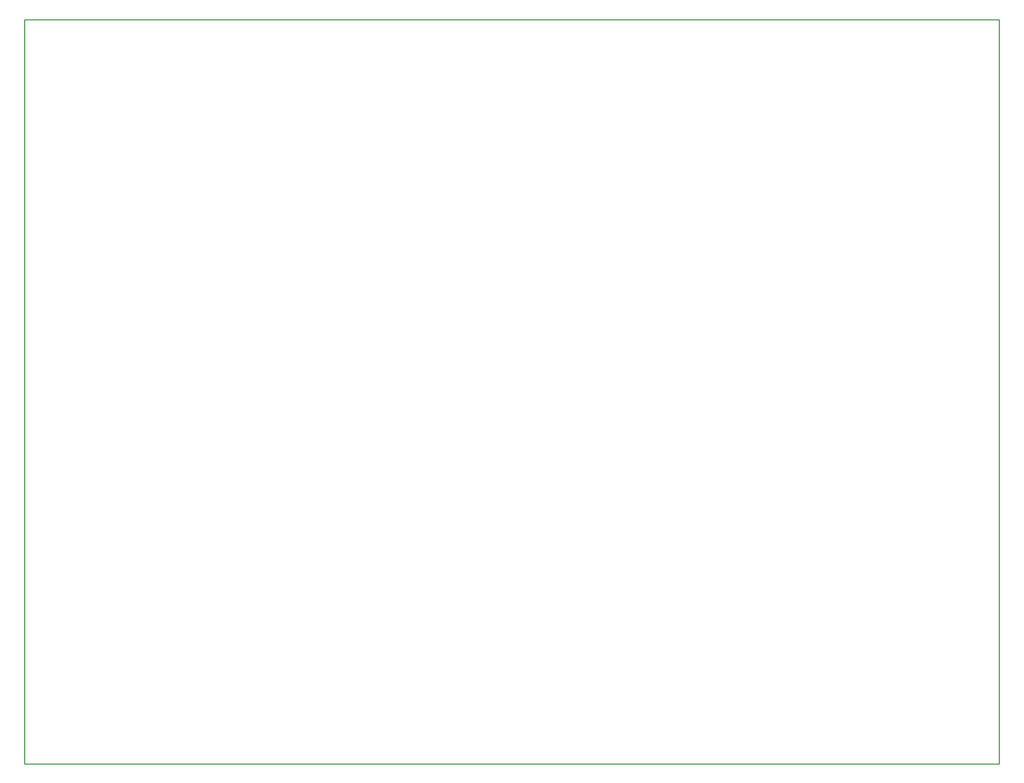
<source format=gbr>
%TF.GenerationSoftware,KiCad,Pcbnew,8.0.5*%
%TF.CreationDate,2025-02-24T01:44:01-08:00*%
%TF.ProjectId,BSPD,42535044-2e6b-4696-9361-645f70636258,rev?*%
%TF.SameCoordinates,Original*%
%TF.FileFunction,Profile,NP*%
%FSLAX46Y46*%
G04 Gerber Fmt 4.6, Leading zero omitted, Abs format (unit mm)*
G04 Created by KiCad (PCBNEW 8.0.5) date 2025-02-24 01:44:01*
%MOMM*%
%LPD*%
G01*
G04 APERTURE LIST*
%TA.AperFunction,Profile*%
%ADD10C,0.050000*%
%TD*%
G04 APERTURE END LIST*
D10*
X35000000Y-21000000D02*
X120000000Y-21000000D01*
X120000000Y-86000000D01*
X35000000Y-86000000D01*
X35000000Y-21000000D01*
M02*

</source>
